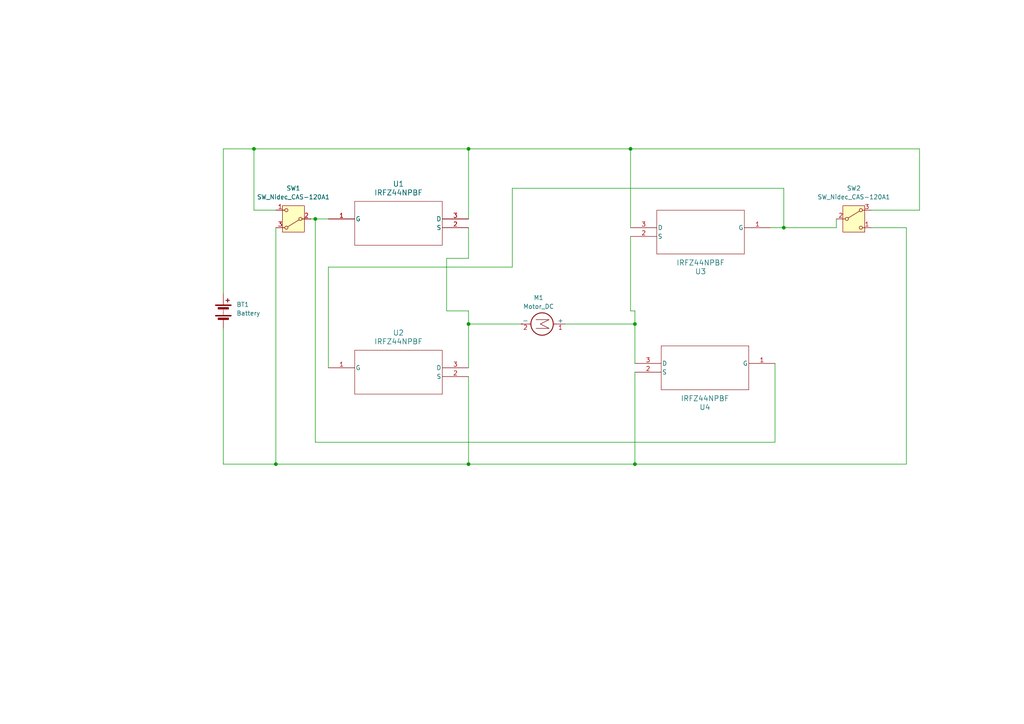
<source format=kicad_sch>
(kicad_sch (version 20231120) (generator "eeschema") (generator_version "8.0")
  (paper "A4")
  (lib_symbols
    (symbol "2024-04-13_16-07-15:IRFZ44NPBF" (pin_names (offset 0.254))
      (property "Reference" "U" (at 20.32 10.16 0))
      (property "Value" "IRFZ44NPBF" (at 20.32 7.62 0))
      (symbol "IRFZ44NPBF_0_1"
        (polyline (pts (xy 7.62 -7.62) (xy 33.02 -7.62)) (stroke (width 0.127)))
        (polyline (pts (xy 7.62 5.08) (xy 7.62 -7.62)) (stroke (width 0.127)))
        (polyline (pts (xy 33.02 -7.62) (xy 33.02 5.08)) (stroke (width 0.127)))
        (polyline (pts (xy 33.02 5.08) (xy 7.62 5.08)) (stroke (width 0.127)))
        (pin unspecified line (at 0 0 0) (length 7.62) (name "G") (number "1"))
        (pin unspecified line (at 40.64 -2.54 180) (length 7.62) (name "S") (number "2"))
        (pin unspecified line (at 40.64 0 180) (length 7.62) (name "D") (number "3"))
      )
    )
    (symbol "Device:Battery" (pin_numbers hide) (pin_names (offset 0) hide)
      (property "Reference" "BT" (at 2.54 2.54 0))
      (property "Value" "Battery" (at 2.54 0 0))
      (symbol "Battery_0_1"
        (rectangle (start -2.286 -1.27) (end 2.286 -1.524) (fill (type outline)))
        (rectangle (start -2.286 1.778) (end 2.286 1.524) (fill (type outline)))
        (rectangle (start -1.524 -2.032) (end 1.524 -2.54) (fill (type outline)))
        (rectangle (start -1.524 1.016) (end 1.524 0.508) (fill (type outline)))
        (polyline (pts (xy 0 -1.016) (xy 0 -0.762)))
        (polyline (pts (xy 0 -0.508) (xy 0 -0.254)))
        (polyline (pts (xy 0 0) (xy 0 0.254)))
        (polyline (pts (xy 0 1.778) (xy 0 2.54)))
        (polyline (pts (xy 0.762 3.048) (xy 1.778 3.048)) (stroke (width 0.254)))
        (polyline (pts (xy 1.27 3.556) (xy 1.27 2.54)) (stroke (width 0.254)))
      )
      (symbol "Battery_1_1"
        (pin passive line (at 0 5.08 270) (length 2.54) (name "+") (number "1"))
        (pin passive line (at 0 -5.08 90) (length 2.54) (name "-") (number "2"))
      )
    )
    (symbol "Motor:Motor_DC" (pin_names (offset 0))
      (property "Reference" "M" (at 2.54 2.54 0))
      (property "Value" "Motor_DC" (at 2.54 -5.08 0))
      (symbol "Motor_DC_0_0"
        (polyline (pts (xy -1.27 -3.302) (xy -1.27 0.508) (xy 0 -2.032) (xy 1.27 0.508) (xy 1.27 -3.302)))
      )
      (symbol "Motor_DC_0_1"
        (circle (center 0 -1.524) (radius 3.2512) (stroke (width 0.254)))
        (polyline (pts (xy 0 -7.62) (xy 0 -7.112)))
        (polyline (pts (xy 0 -4.7752) (xy 0 -5.1816)))
        (polyline (pts (xy 0 1.7272) (xy 0 2.0828)))
        (polyline (pts (xy 0 2.032) (xy 0 2.54)))
      )
      (symbol "Motor_DC_1_1"
        (pin passive line (at 0 5.08 270) (length 2.54) (name "+") (number "1"))
        (pin passive line (at 0 -7.62 90) (length 2.54) (name "-") (number "2"))
      )
    )
    (symbol "Switch:SW_Nidec_CAS-120A1" (pin_names (offset 1) hide)
      (property "Reference" "SW" (at 0 4.318 0))
      (property "Value" "SW_Nidec_CAS-120A1" (at 0 -5.08 0))
      (symbol "SW_Nidec_CAS-120A1_0_1"
        (circle (center -2.032 0) (radius 0.4572))
        (polyline (pts (xy -1.651 0.254) (xy 1.651 2.286)))
        (circle (center 2.032 -2.54) (radius 0.4572))
        (circle (center 2.032 2.54) (radius 0.4572))
      )
      (symbol "SW_Nidec_CAS-120A1_1_1"
        (rectangle (start -3.175 3.81) (end 3.175 -3.81) (fill (type background)))
        (pin passive line (at 5.08 -2.54 180) (length 2.54) (name "C") (number "1"))
        (pin passive line (at -5.08 0 0) (length 2.54) (name "B") (number "2"))
        (pin passive line (at 5.08 2.54 180) (length 2.54) (name "A") (number "3"))
      )
    )
  )
  (junction (at 184.15 134.62))
  (junction (at 135.89 93.98))
  (junction (at 73.66 43.18))
  (junction (at 184.15 93.98))
  (junction (at 80.01 134.62))
  (junction (at 135.89 43.18))
  (junction (at 182.88 43.18))
  (junction (at 227.33 66.04))
  (junction (at 135.89 134.62))
  (junction (at 91.44 63.5))
  (wire (pts (xy 135.89 90.17) (xy 135.89 93.98)))
  (wire (pts (xy 242.57 66.04) (xy 242.57 63.5)))
  (wire (pts (xy 91.44 63.5) (xy 95.25 63.5)))
  (wire (pts (xy 95.25 106.68) (xy 95.25 77.47)))
  (wire (pts (xy 135.89 109.22) (xy 135.89 134.62)))
  (wire (pts (xy 129.54 74.93) (xy 129.54 90.17)))
  (wire (pts (xy 95.25 77.47) (xy 148.59 77.47)))
  (wire (pts (xy 184.15 93.98) (xy 184.15 105.41)))
  (wire (pts (xy 64.77 85.09) (xy 64.77 43.18)))
  (wire (pts (xy 148.59 77.47) (xy 148.59 54.61)))
  (wire (pts (xy 266.7 43.18) (xy 266.7 60.96)))
  (wire (pts (xy 64.77 43.18) (xy 73.66 43.18)))
  (wire (pts (xy 80.01 134.62) (xy 135.89 134.62)))
  (wire (pts (xy 91.44 128.27) (xy 224.79 128.27)))
  (wire (pts (xy 135.89 134.62) (xy 184.15 134.62)))
  (wire (pts (xy 64.77 134.62) (xy 64.77 95.25)))
  (wire (pts (xy 91.44 128.27) (xy 91.44 63.5)))
  (wire (pts (xy 182.88 90.17) (xy 184.15 90.17)))
  (wire (pts (xy 184.15 90.17) (xy 184.15 93.98)))
  (wire (pts (xy 80.01 60.96) (xy 73.66 60.96)))
  (wire (pts (xy 266.7 60.96) (xy 252.73 60.96)))
  (wire (pts (xy 252.73 66.04) (xy 262.89 66.04)))
  (wire (pts (xy 90.17 63.5) (xy 91.44 63.5)))
  (wire (pts (xy 73.66 43.18) (xy 135.89 43.18)))
  (wire (pts (xy 182.88 68.58) (xy 182.88 90.17)))
  (wire (pts (xy 135.89 93.98) (xy 135.89 106.68)))
  (wire (pts (xy 151.13 93.98) (xy 135.89 93.98)))
  (wire (pts (xy 163.83 93.98) (xy 184.15 93.98)))
  (wire (pts (xy 182.88 43.18) (xy 266.7 43.18)))
  (wire (pts (xy 223.52 66.04) (xy 227.33 66.04)))
  (wire (pts (xy 73.66 60.96) (xy 73.66 43.18)))
  (wire (pts (xy 224.79 105.41) (xy 224.79 128.27)))
  (wire (pts (xy 135.89 43.18) (xy 135.89 63.5)))
  (wire (pts (xy 80.01 66.04) (xy 80.01 134.62)))
  (wire (pts (xy 262.89 66.04) (xy 262.89 134.62)))
  (wire (pts (xy 129.54 90.17) (xy 135.89 90.17)))
  (wire (pts (xy 148.59 54.61) (xy 227.33 54.61)))
  (wire (pts (xy 64.77 134.62) (xy 80.01 134.62)))
  (wire (pts (xy 129.54 74.93) (xy 135.89 74.93)))
  (wire (pts (xy 262.89 134.62) (xy 184.15 134.62)))
  (wire (pts (xy 184.15 107.95) (xy 184.15 134.62)))
  (wire (pts (xy 135.89 74.93) (xy 135.89 66.04)))
  (wire (pts (xy 182.88 43.18) (xy 182.88 66.04)))
  (wire (pts (xy 135.89 43.18) (xy 182.88 43.18)))
  (wire (pts (xy 227.33 54.61) (xy 227.33 66.04)))
  (wire (pts (xy 227.33 66.04) (xy 242.57 66.04)))
  (symbol (lib_id "2024-04-13_16-07-15:IRFZ44NPBF") (at 95.25 63.5 0) (unit 1)
    (property "Reference" "U1" (at 115.57 53.34 0) (effects (font (size 1.524 1.524))))
    (property "Value" "IRFZ44NPBF" (at 115.57 55.88 0) (effects (font (size 1.524 1.524))))
    (property "Footprint" "footprints:PG-TO220-3_INF" (effects (hide yes)))
    (property "Datasheet" "IRFZ44NPBF" (effects (hide yes)))
  )
  (symbol (lib_id "Device:Battery") (at 64.77 90.17 0) (unit 1)
    (property "Reference" "BT1" (at 68.58 88.3284 0) (effects (justify left)))
    (property "Value" "Battery" (at 68.58 90.8684 0) (effects (justify left)))
    (property "Footprint" "Battery:BatteryHolder_Keystone_1042_1x18650" (effects (hide yes)))
    (property "Description" "Multiple-cell battery" (effects (hide yes)))
  )
  (symbol (lib_id "2024-04-13_16-07-15:IRFZ44NPBF") (at 223.52 66.04 0) (mirror y) (unit 1)
    (property "Reference" "U3" (at 203.2 78.74 0) (effects (font (size 1.524 1.524))))
    (property "Value" "IRFZ44NPBF" (at 203.2 76.2 0) (effects (font (size 1.524 1.524))))
    (property "Footprint" "footprints:PG-TO220-3_INF" (effects (hide yes)))
    (property "Datasheet" "IRFZ44NPBF" (effects (hide yes)))
  )
  (symbol (lib_id "Motor:Motor_DC") (at 158.75 93.98 270) (unit 1)
    (property "Reference" "M1" (at 156.21 86.36 90))
    (property "Value" "Motor_DC" (at 156.21 88.9 90))
    (property "Footprint" "Connector_PinHeader_2.54mm:PinHeader_1x02_P2.54mm_Vertical" (effects (hide yes)))
    (property "Description" "DC Motor" (effects (hide yes)))
  )
  (symbol (lib_id "Switch:SW_Nidec_CAS-120A1") (at 85.09 63.5 180) (unit 1)
    (property "Reference" "SW1" (at 85.09 54.61 0))
    (property "Value" "SW_Nidec_CAS-120A1" (at 85.09 57.15 0))
    (property "Footprint" "Button_Switch_SMD:Nidec_Copal_CAS-120A" (effects (hide yes)))
    (property "Datasheet" "https://www.nidec-components.com/e/catalog/switch/cas.pdf" (effects (hide yes)))
    (property "Description" "Switch, single pole double throw" (effects (hide yes)))
  )
  (symbol (lib_id "Switch:SW_Nidec_CAS-120A1") (at 247.65 63.5 0) (unit 1)
    (property "Reference" "SW2" (at 247.65 54.61 0))
    (property "Value" "SW_Nidec_CAS-120A1" (at 247.65 57.15 0))
    (property "Footprint" "Button_Switch_SMD:Nidec_Copal_CAS-120A" (effects (hide yes)))
    (property "Datasheet" "https://www.nidec-components.com/e/catalog/switch/cas.pdf" (effects (hide yes)))
    (property "Description" "Switch, single pole double throw" (effects (hide yes)))
  )
  (symbol (lib_id "2024-04-13_16-07-15:IRFZ44NPBF") (at 95.25 106.68 0) (unit 1)
    (property "Reference" "U2" (at 115.57 96.52 0) (effects (font (size 1.524 1.524))))
    (property "Value" "IRFZ44NPBF" (at 115.57 99.06 0) (effects (font (size 1.524 1.524))))
    (property "Footprint" "footprints:PG-TO220-3_INF" (effects (hide yes)))
    (property "Datasheet" "IRFZ44NPBF" (effects (hide yes)))
  )
  (symbol (lib_id "2024-04-13_16-07-15:IRFZ44NPBF") (at 224.79 105.41 0) (mirror y) (unit 1)
    (property "Reference" "U4" (at 204.47 118.11 0) (effects (font (size 1.524 1.524))))
    (property "Value" "IRFZ44NPBF" (at 204.47 115.57 0) (effects (font (size 1.524 1.524))))
    (property "Footprint" "footprints:PG-TO220-3_INF" (effects (hide yes)))
    (property "Datasheet" "IRFZ44NPBF" (effects (hide yes)))
  )
)
</source>
